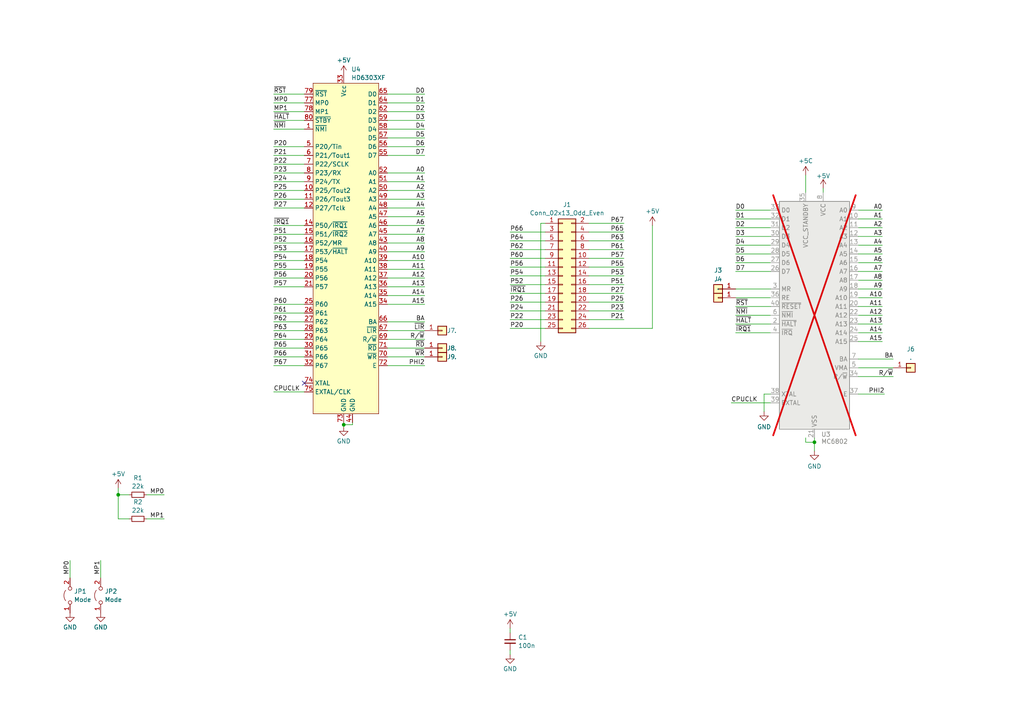
<source format=kicad_sch>
(kicad_sch (version 20231120) (generator "eeschema") (generator_version "8.0")
  (paper "A4")
  (lib_symbols
    (symbol "CPU_NXP_6800:MC6802"
      (property "Reference" "U" (at -8.89 34.29 0))
      (property "Value" "MC6802" (at 10.16 34.29 0))
      (symbol "MC6802_0_1"
        (rectangle (start -10.16 -33.02) (end 10.16 33.02) (stroke (width 0.254)) (fill (type background)))
      )
      (symbol "MC6802_1_1"
        (pin passive line (at 0 -35.56 90) (length 2.54) hide (name "VSS") (number "1"))
        (pin output line (at 12.7 27.94 180) (length 2.54) (name "A1") (number "10"))
        (pin output line (at 12.7 25.4 180) (length 2.54) (name "A2") (number "11"))
        (pin output line (at 12.7 22.86 180) (length 2.54) (name "A3") (number "12"))
        (pin output line (at 12.7 20.32 180) (length 2.54) (name "A4") (number "13"))
        (pin output line (at 12.7 17.78 180) (length 2.54) (name "A5") (number "14"))
        (pin output line (at 12.7 15.24 180) (length 2.54) (name "A6") (number "15"))
        (pin output line (at 12.7 12.7 180) (length 2.54) (name "A7") (number "16"))
        (pin output line (at 12.7 10.16 180) (length 2.54) (name "A8") (number "17"))
        (pin output line (at 12.7 7.62 180) (length 2.54) (name "A9") (number "18"))
        (pin output line (at 12.7 5.08 180) (length 2.54) (name "A10") (number "19"))
        (pin input line (at -12.7 -2.54 0) (length 2.54) (name "~{HALT}") (number "2"))
        (pin output line (at 12.7 2.54 180) (length 2.54) (name "A11") (number "20"))
        (pin power_in line (at 0 -35.56 90) (length 2.54) (name "VSS") (number "21"))
        (pin output line (at 12.7 0 180) (length 2.54) (name "A12") (number "22"))
        (pin output line (at 12.7 -2.54 180) (length 2.54) (name "A13") (number "23"))
        (pin output line (at 12.7 -5.08 180) (length 2.54) (name "A14") (number "24"))
        (pin output line (at 12.7 -7.62 180) (length 2.54) (name "A15") (number "25"))
        (pin bidirectional line (at -12.7 12.7 0) (length 2.54) (name "D7") (number "26"))
        (pin bidirectional line (at -12.7 15.24 0) (length 2.54) (name "D6") (number "27"))
        (pin bidirectional line (at -12.7 17.78 0) (length 2.54) (name "D5") (number "28"))
        (pin bidirectional line (at -12.7 20.32 0) (length 2.54) (name "D4") (number "29"))
        (pin input line (at -12.7 7.62 0) (length 2.54) (name "MR") (number "3"))
        (pin bidirectional line (at -12.7 22.86 0) (length 2.54) (name "D3") (number "30"))
        (pin bidirectional line (at -12.7 25.4 0) (length 2.54) (name "D2") (number "31"))
        (pin bidirectional line (at -12.7 27.94 0) (length 2.54) (name "D1") (number "32"))
        (pin bidirectional line (at -12.7 30.48 0) (length 2.54) (name "D0") (number "33"))
        (pin output line (at 12.7 -17.78 180) (length 2.54) (name "R/~{W}") (number "34"))
        (pin power_in line (at -2.54 35.56 270) (length 2.54) (name "VCC_STANDBY") (number "35"))
        (pin input line (at -12.7 5.08 0) (length 2.54) (name "RE") (number "36"))
        (pin output line (at 12.7 -22.86 180) (length 2.54) (name "E") (number "37"))
        (pin passive line (at -12.7 -22.86 0) (length 2.54) (name "XTAL") (number "38"))
        (pin passive line (at -12.7 -25.4 0) (length 2.54) (name "EXTAL") (number "39"))
        (pin input line (at -12.7 -5.08 0) (length 2.54) (name "~{IRQ}") (number "4"))
        (pin input line (at -12.7 2.54 0) (length 2.54) (name "~{RESET}") (number "40"))
        (pin output line (at 12.7 -15.24 180) (length 2.54) (name "VMA") (number "5"))
        (pin input line (at -12.7 0 0) (length 2.54) (name "~{NMI}") (number "6"))
        (pin output line (at 12.7 -12.7 180) (length 2.54) (name "BA") (number "7"))
        (pin power_in line (at 2.54 35.56 270) (length 2.54) (name "VCC") (number "8"))
        (pin output line (at 12.7 30.48 180) (length 2.54) (name "A0") (number "9"))
      )
    )
    (symbol "Connector_Generic:Conn_01x01" (pin_names (offset 1.016) hide)
      (property "Reference" "J" (at 0 2.54 0))
      (property "Value" "Conn_01x01" (at 0 -2.54 0))
      (symbol "Conn_01x01_1_1"
        (rectangle (start -1.27 0.127) (end 0 -0.127) (stroke (width 0.1524)))
        (rectangle (start -1.27 1.27) (end 1.27 -1.27) (stroke (width 0.254)) (fill (type background)))
        (pin passive line (at -5.08 0 0) (length 3.81) (name "Pin_1") (number "1"))
      )
    )
    (symbol "Connector_Generic:Conn_02x13_Odd_Even" (pin_names (offset 1.016) hide)
      (property "Reference" "J" (at 1.27 17.78 0))
      (property "Value" "Conn_02x13_Odd_Even" (at 1.27 -17.78 0))
      (symbol "Conn_02x13_Odd_Even_1_1"
        (rectangle (start -1.27 -15.113) (end 0 -15.367) (stroke (width 0.1524)))
        (rectangle (start -1.27 -12.573) (end 0 -12.827) (stroke (width 0.1524)))
        (rectangle (start -1.27 -10.033) (end 0 -10.287) (stroke (width 0.1524)))
        (rectangle (start -1.27 -7.493) (end 0 -7.747) (stroke (width 0.1524)))
        (rectangle (start -1.27 -4.953) (end 0 -5.207) (stroke (width 0.1524)))
        (rectangle (start -1.27 -2.413) (end 0 -2.667) (stroke (width 0.1524)))
        (rectangle (start -1.27 0.127) (end 0 -0.127) (stroke (width 0.1524)))
        (rectangle (start -1.27 2.667) (end 0 2.413) (stroke (width 0.1524)))
        (rectangle (start -1.27 5.207) (end 0 4.953) (stroke (width 0.1524)))
        (rectangle (start -1.27 7.747) (end 0 7.493) (stroke (width 0.1524)))
        (rectangle (start -1.27 10.287) (end 0 10.033) (stroke (width 0.1524)))
        (rectangle (start -1.27 12.827) (end 0 12.573) (stroke (width 0.1524)))
        (rectangle (start -1.27 15.367) (end 0 15.113) (stroke (width 0.1524)))
        (rectangle (start -1.27 16.51) (end 3.81 -16.51) (stroke (width 0.254)) (fill (type background)))
        (rectangle (start 3.81 -15.113) (end 2.54 -15.367) (stroke (width 0.1524)))
        (rectangle (start 3.81 -12.573) (end 2.54 -12.827) (stroke (width 0.1524)))
        (rectangle (start 3.81 -10.033) (end 2.54 -10.287) (stroke (width 0.1524)))
        (rectangle (start 3.81 -7.493) (end 2.54 -7.747) (stroke (width 0.1524)))
        (rectangle (start 3.81 -4.953) (end 2.54 -5.207) (stroke (width 0.1524)))
        (rectangle (start 3.81 -2.413) (end 2.54 -2.667) (stroke (width 0.1524)))
        (rectangle (start 3.81 0.127) (end 2.54 -0.127) (stroke (width 0.1524)))
        (rectangle (start 3.81 2.667) (end 2.54 2.413) (stroke (width 0.1524)))
        (rectangle (start 3.81 5.207) (end 2.54 4.953) (stroke (width 0.1524)))
        (rectangle (start 3.81 7.747) (end 2.54 7.493) (stroke (width 0.1524)))
        (rectangle (start 3.81 10.287) (end 2.54 10.033) (stroke (width 0.1524)))
        (rectangle (start 3.81 12.827) (end 2.54 12.573) (stroke (width 0.1524)))
        (rectangle (start 3.81 15.367) (end 2.54 15.113) (stroke (width 0.1524)))
        (pin passive line (at -5.08 15.24 0) (length 3.81) (name "Pin_1") (number "1"))
        (pin passive line (at 7.62 5.08 180) (length 3.81) (name "Pin_10") (number "10"))
        (pin passive line (at -5.08 2.54 0) (length 3.81) (name "Pin_11") (number "11"))
        (pin passive line (at 7.62 2.54 180) (length 3.81) (name "Pin_12") (number "12"))
        (pin passive line (at -5.08 0 0) (length 3.81) (name "Pin_13") (number "13"))
        (pin passive line (at 7.62 0 180) (length 3.81) (name "Pin_14") (number "14"))
        (pin passive line (at -5.08 -2.54 0) (length 3.81) (name "Pin_15") (number "15"))
        (pin passive line (at 7.62 -2.54 180) (length 3.81) (name "Pin_16") (number "16"))
        (pin passive line (at -5.08 -5.08 0) (length 3.81) (name "Pin_17") (number "17"))
        (pin passive line (at 7.62 -5.08 180) (length 3.81) (name "Pin_18") (number "18"))
        (pin passive line (at -5.08 -7.62 0) (length 3.81) (name "Pin_19") (number "19"))
        (pin passive line (at 7.62 15.24 180) (length 3.81) (name "Pin_2") (number "2"))
        (pin passive line (at 7.62 -7.62 180) (length 3.81) (name "Pin_20") (number "20"))
        (pin passive line (at -5.08 -10.16 0) (length 3.81) (name "Pin_21") (number "21"))
        (pin passive line (at 7.62 -10.16 180) (length 3.81) (name "Pin_22") (number "22"))
        (pin passive line (at -5.08 -12.7 0) (length 3.81) (name "Pin_23") (number "23"))
        (pin passive line (at 7.62 -12.7 180) (length 3.81) (name "Pin_24") (number "24"))
        (pin passive line (at -5.08 -15.24 0) (length 3.81) (name "Pin_25") (number "25"))
        (pin passive line (at 7.62 -15.24 180) (length 3.81) (name "Pin_26") (number "26"))
        (pin passive line (at -5.08 12.7 0) (length 3.81) (name "Pin_3") (number "3"))
        (pin passive line (at 7.62 12.7 180) (length 3.81) (name "Pin_4") (number "4"))
        (pin passive line (at -5.08 10.16 0) (length 3.81) (name "Pin_5") (number "5"))
        (pin passive line (at 7.62 10.16 180) (length 3.81) (name "Pin_6") (number "6"))
        (pin passive line (at -5.08 7.62 0) (length 3.81) (name "Pin_7") (number "7"))
        (pin passive line (at 7.62 7.62 180) (length 3.81) (name "Pin_8") (number "8"))
        (pin passive line (at -5.08 5.08 0) (length 3.81) (name "Pin_9") (number "9"))
      )
    )
    (symbol "Device:C_Small" (pin_numbers hide) (pin_names (offset 0.254) hide)
      (property "Reference" "C" (at 0.254 1.778 0))
      (property "Value" "C_Small" (at 0.254 -2.032 0))
      (symbol "C_Small_0_1"
        (polyline (pts (xy -1.524 -0.508) (xy 1.524 -0.508)) (stroke (width 0.3302)))
        (polyline (pts (xy -1.524 0.508) (xy 1.524 0.508)) (stroke (width 0.3048)))
      )
      (symbol "C_Small_1_1"
        (pin passive line (at 0 2.54 270) (length 2.032) (name "~") (number "1"))
        (pin passive line (at 0 -2.54 90) (length 2.032) (name "~") (number "2"))
      )
    )
    (symbol "Device:R_Small" (pin_numbers hide) (pin_names (offset 0.254) hide)
      (property "Reference" "R" (at 0.762 0.508 0))
      (property "Value" "R_Small" (at 0.762 -1.016 0))
      (symbol "R_Small_0_1"
        (rectangle (start -0.762 1.778) (end 0.762 -1.778) (stroke (width 0.2032)))
      )
      (symbol "R_Small_1_1"
        (pin passive line (at 0 2.54 270) (length 0.762) (name "~") (number "1"))
        (pin passive line (at 0 -2.54 90) (length 0.762) (name "~") (number "2"))
      )
    )
    (symbol "Jumper:Jumper_2_Open" (pin_names (offset 0) hide)
      (property "Reference" "JP" (at 0 2.794 0))
      (property "Value" "Jumper_2_Open" (at 0 -2.286 0))
      (symbol "Jumper_2_Open_0_0"
        (circle (center -2.032 0) (radius 0.508))
        (circle (center 2.032 0) (radius 0.508))
      )
      (symbol "Jumper_2_Open_0_1"
        (arc (start 1.524 1.27) (mid 0 1.778) (end -1.524 1.27))
      )
      (symbol "Jumper_2_Open_1_1"
        (pin passive line (at -5.08 0 0) (length 2.54) (name "A") (number "1"))
        (pin passive line (at 5.08 0 180) (length 2.54) (name "B") (number "2"))
      )
    )
    (symbol "my_ics_new:HD6303XF"
      (property "Reference" "U" (at 1.905 50.165 0))
      (property "Value" "HD6303XF" (at 6.35 47.625 0))
      (symbol "HD6303XF_1_1"
        (rectangle (start -8.89 46.355) (end 10.16 -49.53) (fill (type background)))
        (pin input line (at -11.43 33.02 0) (length 2.54) (name "~{NMI}") (number "1"))
        (pin bidirectional line (at -11.43 15.24 0) (length 2.54) (name "P25/Tout2") (number "10"))
        (pin bidirectional line (at -11.43 12.7 0) (length 2.54) (name "P26/Tout3") (number "11"))
        (pin bidirectional line (at -11.43 10.16 0) (length 2.54) (name "P27/Tclk") (number "12"))
        (pin no_connect line (at 1.27 40.64 0) (length 2.54) hide (name "") (number "13"))
        (pin input line (at -11.43 5.08 0) (length 2.54) (name "P50/~{IRQ1}") (number "14"))
        (pin input line (at -11.43 2.54 0) (length 2.54) (name "P51/~{IRQ2}") (number "15"))
        (pin input line (at -11.43 0 0) (length 2.54) (name "P52/MR") (number "16"))
        (pin input line (at -11.43 -2.54 0) (length 2.54) (name "P53/~{HALT}") (number "17"))
        (pin input line (at -11.43 -5.08 0) (length 2.54) (name "P54") (number "18"))
        (pin input line (at -11.43 -7.62 0) (length 2.54) (name "P55") (number "19"))
        (pin no_connect line (at 1.905 -5.08 0) (length 2.54) hide (name "") (number "2"))
        (pin input line (at -11.43 -10.16 0) (length 2.54) (name "P56") (number "20"))
        (pin input line (at -11.43 -12.7 0) (length 2.54) (name "P57") (number "21"))
        (pin no_connect line (at 1.905 -12.7 0) (length 2.54) hide (name "") (number "22"))
        (pin no_connect line (at 1.905 -15.24 0) (length 2.54) hide (name "") (number "23"))
        (pin no_connect line (at 1.905 -17.78 0) (length 2.54) hide (name "") (number "24"))
        (pin bidirectional line (at -11.43 -17.78 0) (length 2.54) (name "P60") (number "25"))
        (pin bidirectional line (at -11.43 -20.32 0) (length 2.54) (name "P61") (number "26"))
        (pin bidirectional line (at -11.43 -22.86 0) (length 2.54) (name "P62") (number "27"))
        (pin bidirectional line (at -11.43 -25.4 0) (length 2.54) (name "P63") (number "28"))
        (pin bidirectional line (at -11.43 -27.94 0) (length 2.54) (name "P64") (number "29"))
        (pin no_connect line (at 1.905 -7.62 0) (length 2.54) hide (name "") (number "3"))
        (pin bidirectional line (at -11.43 -30.48 0) (length 2.54) (name "P65") (number "30"))
        (pin bidirectional line (at -11.43 -33.02 0) (length 2.54) (name "P66") (number "31"))
        (pin bidirectional line (at -11.43 -35.56 0) (length 2.54) (name "P67") (number "32"))
        (pin power_in line (at 0 48.895 270) (length 2.54) (name "Vcc") (number "33"))
        (pin output line (at 12.7 -17.78 180) (length 2.54) (name "A15") (number "34"))
        (pin output line (at 12.7 -15.24 180) (length 2.54) (name "A14") (number "35"))
        (pin output line (at 12.7 -12.7 180) (length 2.54) (name "A13") (number "36"))
        (pin output line (at 12.7 -10.16 180) (length 2.54) (name "A12") (number "37"))
        (pin output line (at 12.7 -7.62 180) (length 2.54) (name "A11") (number "38"))
        (pin output line (at 12.7 -5.08 180) (length 2.54) (name "A10") (number "39"))
        (pin no_connect line (at 1.905 -10.16 0) (length 2.54) hide (name "") (number "4"))
        (pin output line (at 12.7 -2.54 180) (length 2.54) (name "A9") (number "40"))
        (pin no_connect line (at 1.905 -20.32 0) (length 2.54) hide (name "") (number "41"))
        (pin no_connect line (at 1.905 -22.86 0) (length 2.54) hide (name "") (number "42"))
        (pin output line (at 12.7 0 180) (length 2.54) (name "A8") (number "43"))
        (pin power_in line (at 2.54 -52.07 90) (length 2.54) (name "GND") (number "44"))
        (pin output line (at 12.7 2.54 180) (length 2.54) (name "A7") (number "45"))
        (pin output line (at 12.7 5.08 180) (length 2.54) (name "A6") (number "46"))
        (pin output line (at 12.7 7.62 180) (length 2.54) (name "A5") (number "47"))
        (pin output line (at 12.7 10.16 180) (length 2.54) (name "A4") (number "48"))
        (pin output line (at 12.7 12.7 180) (length 2.54) (name "A3") (number "49"))
        (pin bidirectional line (at -11.43 27.94 0) (length 2.54) (name "P20/Tin") (number "5"))
        (pin output line (at 12.7 15.24 180) (length 2.54) (name "A2") (number "50"))
        (pin output line (at 12.7 17.78 180) (length 2.54) (name "A1") (number "51"))
        (pin output line (at 12.7 20.32 180) (length 2.54) (name "A0") (number "52"))
        (pin no_connect line (at 1.905 -25.4 0) (length 2.54) hide (name "") (number "53"))
        (pin no_connect line (at 1.905 -27.94 0) (length 2.54) hide (name "") (number "54"))
        (pin bidirectional line (at 12.7 25.4 180) (length 2.54) (name "D7") (number "55"))
        (pin bidirectional line (at 12.7 27.94 180) (length 2.54) (name "D6") (number "56"))
        (pin bidirectional line (at 12.7 30.48 180) (length 2.54) (name "D5") (number "57"))
        (pin bidirectional line (at 12.7 33.02 180) (length 2.54) (name "D4") (number "58"))
        (pin bidirectional line (at 12.7 35.56 180) (length 2.54) (name "D3") (number "59"))
        (pin bidirectional line (at -11.43 25.4 0) (length 2.54) (name "P21/Tout1") (number "6"))
        (pin no_connect line (at 1.905 -30.48 0) (length 2.54) hide (name "") (number "60"))
        (pin no_connect line (at 1.905 -33.02 0) (length 2.54) hide (name "") (number "61"))
        (pin bidirectional line (at 12.7 38.1 180) (length 2.54) (name "D2") (number "62"))
        (pin free line (at 1.905 -35.56 0) (length 2.54) hide (name "") (number "63"))
        (pin bidirectional line (at 12.7 40.64 180) (length 2.54) (name "D1") (number "64"))
        (pin bidirectional line (at 12.7 43.18 180) (length 2.54) (name "D0") (number "65"))
        (pin output line (at 12.7 -22.86 180) (length 2.54) (name "BA") (number "66"))
        (pin output line (at 12.7 -25.4 180) (length 2.54) (name "~{LIR}") (number "67"))
        (pin no_connect line (at 1.905 -38.1 0) (length 2.54) hide (name "") (number "68"))
        (pin output line (at 12.7 -27.94 180) (length 2.54) (name "R/~{W}") (number "69"))
        (pin bidirectional line (at -11.43 22.86 0) (length 2.54) (name "P22/SCLK") (number "7"))
        (pin output line (at 12.7 -33.02 180) (length 2.54) (name "~{WR}") (number "70"))
        (pin output line (at 12.7 -30.48 180) (length 2.54) (name "~{RD}") (number "71"))
        (pin output line (at 12.7 -35.56 180) (length 2.54) (name "E") (number "72"))
        (pin power_in line (at 0 -52.07 90) (length 2.54) (name "GND") (number "73"))
        (pin output line (at -11.43 -40.64 0) (length 2.54) (name "XTAL") (number "74"))
        (pin input line (at -11.43 -43.18 0) (length 2.54) (name "EXTAL/CLK") (number "75"))
        (pin no_connect line (at 1.905 -40.64 0) (length 2.54) hide (name "") (number "76"))
        (pin input line (at -11.43 40.64 0) (length 2.54) (name "MP0") (number "77"))
        (pin input line (at -11.43 38.1 0) (length 2.54) (name "MP1") (number "78"))
        (pin input line (at -11.43 43.18 0) (length 2.54) (name "~{RST}") (number "79"))
        (pin bidirectional line (at -11.43 20.32 0) (length 2.54) (name "P23/RX") (number "8"))
        (pin input line (at -11.43 35.56 0) (length 2.54) (name "~{STBY}") (number "80"))
        (pin bidirectional line (at -11.43 17.78 0) (length 2.54) (name "P24/TX") (number "9"))
      )
    )
    (symbol "power:+5C" (power) (pin_names (offset 0))
      (property "Value" "+5C" (at 0 3.556 0))
      (symbol "+5C_0_1"
        (polyline (pts (xy -0.762 1.27) (xy 0 2.54)))
        (polyline (pts (xy 0 0) (xy 0 2.54)))
        (polyline (pts (xy 0 2.54) (xy 0.762 1.27)))
      )
      (symbol "+5C_1_1"
        (pin power_in line (at 0 0 90) (length 0) hide (name "+5C") (number "1"))
      )
    )
    (symbol "power:+5V" (power) (pin_names (offset 0))
      (property "Value" "+5V" (at 0 3.556 0))
      (symbol "+5V_0_1"
        (polyline (pts (xy -0.762 1.27) (xy 0 2.54)))
        (polyline (pts (xy 0 0) (xy 0 2.54)))
        (polyline (pts (xy 0 2.54) (xy 0.762 1.27)))
      )
      (symbol "+5V_1_1"
        (pin power_in line (at 0 0 90) (length 0) hide (name "+5V") (number "1"))
      )
    )
    (symbol "power:GND" (power) (pin_names (offset 0))
      (property "Value" "GND" (at 0 -3.81 0))
      (symbol "GND_0_1"
        (polyline (pts (xy 0 0) (xy 0 -1.27) (xy 1.27 -1.27) (xy 0 -2.54) (xy -1.27 -1.27) (xy 0 -1.27)))
      )
      (symbol "GND_1_1"
        (pin power_in line (at 0 0 270) (length 0) hide (name "GND") (number "1"))
      )
    )
  )
  (junction (at 236.22 128.27))
  (junction (at 99.695 123.19))
  (junction (at 34.29 143.51))
  (no_connect (at 88.265 111.125))
  (wire (pts (xy 79.375 80.645) (xy 88.265 80.645)))
  (wire (pts (xy 223.52 73.66) (xy 213.36 73.66)))
  (wire (pts (xy 170.815 92.71) (xy 180.975 92.71)))
  (wire (pts (xy 79.375 113.665) (xy 88.265 113.665)))
  (wire (pts (xy 248.92 99.06) (xy 255.905 99.06)))
  (wire (pts (xy 170.815 95.25) (xy 189.23 95.25)))
  (wire (pts (xy 79.375 45.085) (xy 88.265 45.085)))
  (wire (pts (xy 147.955 189.865) (xy 147.955 188.595)))
  (wire (pts (xy 259.08 104.14) (xy 248.92 104.14)))
  (wire (pts (xy 223.52 60.96) (xy 213.36 60.96)))
  (wire (pts (xy 112.395 83.185) (xy 123.19 83.185)))
  (wire (pts (xy 170.815 77.47) (xy 180.975 77.47)))
  (wire (pts (xy 223.52 66.04) (xy 213.36 66.04)))
  (wire (pts (xy 79.375 60.325) (xy 88.265 60.325)))
  (wire (pts (xy 112.395 88.265) (xy 123.19 88.265)))
  (wire (pts (xy 79.375 37.465) (xy 88.265 37.465)))
  (wire (pts (xy 213.36 83.82) (xy 223.52 83.82)))
  (wire (pts (xy 20.32 167.64) (xy 20.32 162.56)))
  (wire (pts (xy 112.395 52.705) (xy 123.19 52.705)))
  (wire (pts (xy 99.695 122.555) (xy 99.695 123.19)))
  (wire (pts (xy 112.395 60.325) (xy 123.19 60.325)))
  (wire (pts (xy 112.395 50.165) (xy 123.19 50.165)))
  (wire (pts (xy 212.09 116.84) (xy 223.52 116.84)))
  (wire (pts (xy 112.395 98.425) (xy 123.19 98.425)))
  (wire (pts (xy 233.68 128.27) (xy 233.68 127)))
  (wire (pts (xy 223.52 114.3) (xy 221.615 114.3)))
  (wire (pts (xy 29.21 167.64) (xy 29.21 162.56)))
  (wire (pts (xy 213.36 88.9) (xy 223.52 88.9)))
  (wire (pts (xy 79.375 27.305) (xy 88.265 27.305)))
  (wire (pts (xy 79.375 73.025) (xy 88.265 73.025)))
  (wire (pts (xy 213.36 96.52) (xy 223.52 96.52)))
  (wire (pts (xy 112.395 78.105) (xy 123.19 78.105)))
  (wire (pts (xy 147.955 182.245) (xy 147.955 183.515)))
  (wire (pts (xy 213.36 86.36) (xy 223.52 86.36)))
  (wire (pts (xy 112.395 29.845) (xy 123.19 29.845)))
  (wire (pts (xy 79.375 50.165) (xy 88.265 50.165)))
  (wire (pts (xy 112.395 73.025) (xy 123.19 73.025)))
  (wire (pts (xy 79.375 57.785) (xy 88.265 57.785)))
  (wire (pts (xy 79.375 90.805) (xy 88.265 90.805)))
  (wire (pts (xy 112.395 34.925) (xy 123.19 34.925)))
  (wire (pts (xy 259.08 106.68) (xy 248.92 106.68)))
  (wire (pts (xy 248.92 96.52) (xy 255.905 96.52)))
  (wire (pts (xy 79.375 32.385) (xy 88.265 32.385)))
  (wire (pts (xy 112.395 80.645) (xy 123.19 80.645)))
  (wire (pts (xy 79.375 98.425) (xy 88.265 98.425)))
  (wire (pts (xy 112.395 85.725) (xy 123.19 85.725)))
  (wire (pts (xy 112.395 65.405) (xy 123.19 65.405)))
  (wire (pts (xy 170.815 87.63) (xy 180.975 87.63)))
  (wire (pts (xy 112.395 32.385) (xy 123.19 32.385)))
  (wire (pts (xy 34.29 150.495) (xy 37.465 150.495)))
  (wire (pts (xy 79.375 70.485) (xy 88.265 70.485)))
  (wire (pts (xy 79.375 106.045) (xy 88.265 106.045)))
  (wire (pts (xy 248.92 93.98) (xy 255.905 93.98)))
  (wire (pts (xy 236.22 128.27) (xy 236.22 130.81)))
  (wire (pts (xy 170.815 74.93) (xy 180.975 74.93)))
  (wire (pts (xy 223.52 68.58) (xy 213.36 68.58)))
  (wire (pts (xy 233.68 50.8) (xy 233.68 55.88)))
  (wire (pts (xy 112.395 62.865) (xy 123.19 62.865)))
  (wire (pts (xy 34.29 141.605) (xy 34.29 143.51)))
  (wire (pts (xy 170.815 72.39) (xy 180.975 72.39)))
  (wire (pts (xy 147.955 87.63) (xy 158.115 87.63)))
  (wire (pts (xy 189.23 65.405) (xy 189.23 95.25)))
  (wire (pts (xy 248.92 60.96) (xy 255.905 60.96)))
  (wire (pts (xy 147.955 72.39) (xy 158.115 72.39)))
  (wire (pts (xy 79.375 34.925) (xy 88.265 34.925)))
  (wire (pts (xy 112.395 57.785) (xy 123.19 57.785)))
  (wire (pts (xy 79.375 88.265) (xy 88.265 88.265)))
  (wire (pts (xy 79.375 55.245) (xy 88.265 55.245)))
  (wire (pts (xy 248.92 83.82) (xy 255.905 83.82)))
  (wire (pts (xy 238.76 54.61) (xy 238.76 55.88)))
  (wire (pts (xy 79.375 29.845) (xy 88.265 29.845)))
  (wire (pts (xy 79.375 83.185) (xy 88.265 83.185)))
  (wire (pts (xy 34.29 143.51) (xy 37.465 143.51)))
  (wire (pts (xy 170.815 80.01) (xy 180.975 80.01)))
  (wire (pts (xy 79.375 52.705) (xy 88.265 52.705)))
  (wire (pts (xy 221.615 114.3) (xy 221.615 119.38)))
  (wire (pts (xy 112.395 103.505) (xy 123.19 103.505)))
  (wire (pts (xy 248.92 71.12) (xy 255.905 71.12)))
  (wire (pts (xy 248.92 73.66) (xy 255.905 73.66)))
  (wire (pts (xy 248.92 86.36) (xy 255.905 86.36)))
  (wire (pts (xy 223.52 76.2) (xy 213.36 76.2)))
  (wire (pts (xy 170.815 67.31) (xy 180.975 67.31)))
  (wire (pts (xy 42.545 143.51) (xy 47.625 143.51)))
  (wire (pts (xy 248.92 76.2) (xy 255.905 76.2)))
  (wire (pts (xy 156.845 64.77) (xy 156.845 99.06)))
  (wire (pts (xy 170.815 69.85) (xy 180.975 69.85)))
  (wire (pts (xy 248.92 68.58) (xy 255.905 68.58)))
  (wire (pts (xy 112.395 27.305) (xy 123.19 27.305)))
  (wire (pts (xy 147.955 85.09) (xy 158.115 85.09)))
  (wire (pts (xy 158.115 64.77) (xy 156.845 64.77)))
  (wire (pts (xy 79.375 47.625) (xy 88.265 47.625)))
  (wire (pts (xy 248.92 88.9) (xy 255.905 88.9)))
  (wire (pts (xy 79.375 100.965) (xy 88.265 100.965)))
  (wire (pts (xy 223.52 63.5) (xy 213.36 63.5)))
  (wire (pts (xy 79.375 93.345) (xy 88.265 93.345)))
  (wire (pts (xy 147.955 95.25) (xy 158.115 95.25)))
  (wire (pts (xy 147.955 90.17) (xy 158.115 90.17)))
  (wire (pts (xy 112.395 95.885) (xy 123.19 95.885)))
  (wire (pts (xy 79.375 65.405) (xy 88.265 65.405)))
  (wire (pts (xy 248.92 78.74) (xy 255.905 78.74)))
  (wire (pts (xy 102.235 122.555) (xy 102.235 123.19)))
  (wire (pts (xy 99.695 123.19) (xy 99.695 123.825)))
  (wire (pts (xy 102.235 123.19) (xy 99.695 123.19)))
  (wire (pts (xy 79.375 42.545) (xy 88.265 42.545)))
  (wire (pts (xy 213.36 93.98) (xy 223.52 93.98)))
  (wire (pts (xy 42.545 150.495) (xy 47.625 150.495)))
  (wire (pts (xy 79.375 78.105) (xy 88.265 78.105)))
  (wire (pts (xy 147.955 82.55) (xy 158.115 82.55)))
  (wire (pts (xy 248.92 91.44) (xy 255.905 91.44)))
  (wire (pts (xy 223.52 71.12) (xy 213.36 71.12)))
  (wire (pts (xy 147.955 80.01) (xy 158.115 80.01)))
  (wire (pts (xy 79.375 95.885) (xy 88.265 95.885)))
  (wire (pts (xy 34.29 143.51) (xy 34.29 150.495)))
  (wire (pts (xy 170.815 82.55) (xy 180.975 82.55)))
  (wire (pts (xy 79.375 67.945) (xy 88.265 67.945)))
  (wire (pts (xy 248.92 63.5) (xy 255.905 63.5)))
  (wire (pts (xy 147.955 92.71) (xy 158.115 92.71)))
  (wire (pts (xy 213.36 91.44) (xy 223.52 91.44)))
  (wire (pts (xy 259.08 109.22) (xy 248.92 109.22)))
  (wire (pts (xy 256.54 114.3) (xy 248.92 114.3)))
  (wire (pts (xy 112.395 55.245) (xy 123.19 55.245)))
  (wire (pts (xy 112.395 42.545) (xy 123.19 42.545)))
  (wire (pts (xy 223.52 78.74) (xy 213.36 78.74)))
  (wire (pts (xy 170.815 64.77) (xy 180.975 64.77)))
  (wire (pts (xy 147.955 67.31) (xy 158.115 67.31)))
  (wire (pts (xy 112.395 93.345) (xy 123.19 93.345)))
  (wire (pts (xy 147.955 74.93) (xy 158.115 74.93)))
  (wire (pts (xy 79.375 103.505) (xy 88.265 103.505)))
  (wire (pts (xy 248.92 81.28) (xy 255.905 81.28)))
  (wire (pts (xy 236.22 127) (xy 236.22 128.27)))
  (wire (pts (xy 112.395 67.945) (xy 123.19 67.945)))
  (wire (pts (xy 79.375 75.565) (xy 88.265 75.565)))
  (wire (pts (xy 248.92 66.04) (xy 255.905 66.04)))
  (wire (pts (xy 112.395 45.085) (xy 123.19 45.085)))
  (wire (pts (xy 236.22 128.27) (xy 233.68 128.27)))
  (wire (pts (xy 170.815 85.09) (xy 180.975 85.09)))
  (wire (pts (xy 147.955 69.85) (xy 158.115 69.85)))
  (wire (pts (xy 112.395 70.485) (xy 123.19 70.485)))
  (wire (pts (xy 112.395 37.465) (xy 123.19 37.465)))
  (wire (pts (xy 112.395 75.565) (xy 123.19 75.565)))
  (wire (pts (xy 147.955 77.47) (xy 158.115 77.47)))
  (wire (pts (xy 112.395 100.965) (xy 123.19 100.965)))
  (wire (pts (xy 112.395 106.045) (xy 123.19 106.045)))
  (wire (pts (xy 170.815 90.17) (xy 180.975 90.17)))
  (wire (pts (xy 112.395 40.005) (xy 123.19 40.005)))
  (label "A8" (at 255.905 81.28 180))
  (label "P54" (at 79.375 75.565 0))
  (label "P61" (at 180.975 72.39 180))
  (label "D3" (at 123.19 34.925 180))
  (label "R{slash}~{W}" (at 123.19 98.425 180))
  (label "PHI2" (at 256.54 114.3 180))
  (label "P55" (at 79.375 78.105 0))
  (label "BA" (at 259.08 104.14 180))
  (label "PHI2" (at 123.19 106.045 180))
  (label "MP1" (at 79.375 32.385 0))
  (label "D1" (at 213.36 63.5 0))
  (label "~{IRQ1}" (at 79.375 65.405 0))
  (label "A14" (at 255.905 96.52 180))
  (label "P57" (at 180.975 74.93 180))
  (label "P53" (at 79.375 73.025 0))
  (label "A7" (at 123.19 67.945 180))
  (label "P24" (at 147.955 90.17 0))
  (label "D7" (at 213.36 78.74 0))
  (label "~{NMI}" (at 213.36 91.44 0))
  (label "P27" (at 180.975 85.09 180))
  (label "P61" (at 79.375 90.805 0))
  (label "P60" (at 147.955 74.93 0))
  (label "A6" (at 255.905 76.2 180))
  (label "P67" (at 180.975 64.77 180))
  (label "A15" (at 123.19 88.265 180))
  (label "~{HALT}" (at 79.375 34.925 0))
  (label "P62" (at 79.375 93.345 0))
  (label "R{slash}~{W}" (at 259.08 109.22 180))
  (label "D3" (at 213.36 68.58 0))
  (label "P22" (at 147.955 92.71 0))
  (label "P56" (at 147.955 77.47 0))
  (label "D6" (at 213.36 76.2 0))
  (label "P65" (at 180.975 67.31 180))
  (label "A5" (at 255.905 73.66 180))
  (label "P20" (at 79.375 42.545 0))
  (label "A6" (at 123.19 65.405 180))
  (label "A5" (at 123.19 62.865 180))
  (label "A1" (at 255.905 63.5 180))
  (label "P66" (at 79.375 103.505 0))
  (label "P51" (at 180.975 82.55 180))
  (label "P25" (at 180.975 87.63 180))
  (label "P26" (at 79.375 57.785 0))
  (label "D0" (at 213.36 60.96 0))
  (label "BA" (at 123.19 93.345 180))
  (label "P23" (at 79.375 50.165 0))
  (label "D7" (at 123.19 45.085 180))
  (label "D2" (at 213.36 66.04 0))
  (label "P64" (at 79.375 98.425 0))
  (label "~{WR}" (at 123.19 103.505 180))
  (label "~{IRQ1}" (at 213.36 96.52 0))
  (label "A3" (at 255.905 68.58 180))
  (label "D5" (at 213.36 73.66 0))
  (label "CPUCLK" (at 79.375 113.665 0))
  (label "P51" (at 79.375 67.945 0))
  (label "A12" (at 123.19 80.645 180))
  (label "P63" (at 79.375 95.885 0))
  (label "P57" (at 79.375 83.185 0))
  (label "P55" (at 180.975 77.47 180))
  (label "P63" (at 180.975 69.85 180))
  (label "P21" (at 79.375 45.085 0))
  (label "P52" (at 79.375 70.485 0))
  (label "D6" (at 123.19 42.545 180))
  (label "A0" (at 255.905 60.96 180))
  (label "P67" (at 79.375 106.045 0))
  (label "P52" (at 147.955 82.55 0))
  (label "P20" (at 147.955 95.25 0))
  (label "P62" (at 147.955 72.39 0))
  (label "D0" (at 123.19 27.305 180))
  (label "~{IRQ1}" (at 147.955 85.09 0))
  (label "MP0" (at 79.375 29.845 0))
  (label "D1" (at 123.19 29.845 180))
  (label "MP0" (at 20.32 162.56 270))
  (label "P21" (at 180.975 92.71 180))
  (label "P53" (at 180.975 80.01 180))
  (label "P27" (at 79.375 60.325 0))
  (label "P65" (at 79.375 100.965 0))
  (label "P22" (at 79.375 47.625 0))
  (label "D5" (at 123.19 40.005 180))
  (label "P60" (at 79.375 88.265 0))
  (label "D2" (at 123.19 32.385 180))
  (label "A8" (at 123.19 70.485 180))
  (label "A0" (at 123.19 50.165 180))
  (label "A2" (at 255.905 66.04 180))
  (label "P64" (at 147.955 69.85 0))
  (label "P54" (at 147.955 80.01 0))
  (label "~{LIR}" (at 123.19 95.885 180))
  (label "~{HALT}" (at 213.36 93.98 0))
  (label "~{RST}" (at 79.375 27.305 0))
  (label "A13" (at 123.19 83.185 180))
  (label "~{RD}" (at 123.19 100.965 180))
  (label "MP1" (at 29.21 162.56 270))
  (label "CPUCLK" (at 212.09 116.84 0))
  (label "A11" (at 255.905 88.9 180))
  (label "MP0" (at 47.625 143.51 180))
  (label "A9" (at 123.19 73.025 180))
  (label "A10" (at 123.19 75.565 180))
  (label "P66" (at 147.955 67.31 0))
  (label "A10" (at 255.905 86.36 180))
  (label "P24" (at 79.375 52.705 0))
  (label "~{RST}" (at 213.36 88.9 0))
  (label "P26" (at 147.955 87.63 0))
  (label "A2" (at 123.19 55.245 180))
  (label "A12" (at 255.905 91.44 180))
  (label "A13" (at 255.905 93.98 180))
  (label "MP1" (at 47.625 150.495 180))
  (label "A4" (at 123.19 60.325 180))
  (label "A9" (at 255.905 83.82 180))
  (label "A3" (at 123.19 57.785 180))
  (label "A7" (at 255.905 78.74 180))
  (label "A14" (at 123.19 85.725 180))
  (label "A4" (at 255.905 71.12 180))
  (label "A15" (at 255.905 99.06 180))
  (label "A11" (at 123.19 78.105 180))
  (label "P56" (at 79.375 80.645 0))
  (label "~{NMI}" (at 79.375 37.465 0))
  (label "P23" (at 180.975 90.17 180))
  (label "D4" (at 213.36 71.12 0))
  (label "D4" (at 123.19 37.465 180))
  (label "A1" (at 123.19 52.705 180))
  (label "P25" (at 79.375 55.245 0))
  (symbol (lib_id "Connector_Generic:Conn_01x01") (at 208.28 83.82 0) (mirror y) (unit 1)
    (property "Reference" "J3" (at 208.28 78.4057 0))
    (property "Value" "." (at 208.28 80.8299 0))
    (property "Footprint" "Connector_PinHeader_2.00mm:PinHeader_1x01_P2.00mm_Vertical" (effects (hide yes)))
  )
  (symbol (lib_id "power:GND") (at 221.615 119.38 0) (mirror y) (unit 1)
    (property "Reference" "#PWR018" (effects (hide yes)))
    (property "Value" "GND" (at 221.615 123.8234 0))
  )
  (symbol (lib_id "Device:C_Small") (at 147.955 186.055 0) (unit 1)
    (property "Reference" "C1" (at 150.2791 184.8492 0) (effects (justify left)))
    (property "Value" "100n" (at 150.2791 187.2734 0) (effects (justify left)))
    (property "Footprint" "Capacitor_SMD:C_1206_3216Metric_Pad1.33x1.80mm_HandSolder" (effects (hide yes)))
  )
  (symbol (lib_id "my_ics_new:HD6303XF") (at 99.695 70.485 0) (unit 1)
    (property "Reference" "U4" (at 101.8891 20.1127 0) (effects (justify left)))
    (property "Value" "HD6303XF" (at 101.8891 22.5369 0) (effects (justify left)))
    (property "Footprint" "Package_QFP:PQFP-80_14x20mm_P0.8mm" (effects (hide yes)))
  )
  (symbol (lib_id "Connector_Generic:Conn_02x13_Odd_Even") (at 163.195 80.01 0) (unit 1)
    (property "Reference" "J1" (at 164.465 59.3557 0))
    (property "Value" "Conn_02x13_Odd_Even" (at 164.465 61.7799 0))
    (property "Footprint" "Connector_PinHeader_2.54mm:PinHeader_2x13_P2.54mm_Horizontal" (effects (hide yes)))
  )
  (symbol (lib_id "power:GND") (at 29.21 177.8 0) (unit 1)
    (property "Reference" "#PWR05" (effects (hide yes)))
    (property "Value" "GND" (at 29.21 181.9331 0))
  )
  (symbol (lib_id "Connector_Generic:Conn_01x01") (at 128.27 100.965 0) (unit 1)
    (property "Reference" "J8" (at 130.81 100.965 0))
    (property "Value" "." (at 132.08 100.965 0))
    (property "Footprint" "Connector_PinHeader_2.00mm:PinHeader_1x01_P2.00mm_Vertical" (effects (hide yes)))
  )
  (symbol (lib_id "Jumper:Jumper_2_Open") (at 29.21 172.72 90) (unit 1)
    (property "Reference" "JP2" (at 30.353 171.5079 90) (effects (justify right)))
    (property "Value" "Mode" (at 30.353 173.9321 90) (effects (justify right)))
    (property "Footprint" "Connector_PinHeader_2.54mm:PinHeader_1x02_P2.54mm_Vertical" (effects (hide yes)))
  )
  (symbol (lib_id "power:GND") (at 99.695 123.825 0) (unit 1)
    (property "Reference" "#PWR02" (effects (hide yes)))
    (property "Value" "GND" (at 99.695 127.9581 0))
  )
  (symbol (lib_id "Device:R_Small") (at 40.005 150.495 90) (unit 1)
    (property "Reference" "R2" (at 40.005 145.6141 90))
    (property "Value" "22k" (at 40.005 148.0383 90))
    (property "Footprint" "Resistor_SMD:R_1206_3216Metric_Pad1.30x1.75mm_HandSolder" (effects (hide yes)))
  )
  (symbol (lib_id "Connector_Generic:Conn_01x01") (at 128.27 103.505 0) (unit 1)
    (property "Reference" "J9" (at 130.81 103.505 0))
    (property "Value" "." (at 132.08 103.505 0))
    (property "Footprint" "Connector_PinHeader_2.00mm:PinHeader_1x01_P2.00mm_Vertical" (effects (hide yes)))
  )
  (symbol (lib_id "power:GND") (at 156.845 99.06 0) (unit 1)
    (property "Reference" "#PWR015" (effects (hide yes)))
    (property "Value" "GND" (at 156.845 103.1931 0))
  )
  (symbol (lib_id "power:GND") (at 147.955 189.865 0) (unit 1)
    (property "Reference" "#PWR04" (effects (hide yes)))
    (property "Value" "GND" (at 147.955 193.9981 0))
  )
  (symbol (lib_id "power:GND") (at 20.32 177.8 0) (unit 1)
    (property "Reference" "#PWR01" (effects (hide yes)))
    (property "Value" "GND" (at 20.32 181.9331 0))
  )
  (symbol (lib_id "power:GND") (at 236.22 130.81 0) (mirror y) (unit 1)
    (property "Reference" "#PWR019" (effects (hide yes)))
    (property "Value" "GND" (at 236.22 135.2534 0))
  )
  (symbol (lib_id "power:+5V") (at 189.23 65.405 0) (unit 1)
    (property "Reference" "#PWR016" (effects (hide yes)))
    (property "Value" "+5V" (at 189.23 61.2719 0))
  )
  (symbol (lib_id "power:+5V") (at 34.29 141.605 0) (unit 1)
    (property "Reference" "#PWR09" (effects (hide yes)))
    (property "Value" "+5V" (at 34.29 137.4719 0))
  )
  (symbol (lib_id "power:+5V") (at 238.76 54.61 0) (unit 1)
    (property "Reference" "#PWR017" (effects (hide yes)))
    (property "Value" "+5V" (at 238.76 51.0342 0))
  )
  (symbol (lib_id "Connector_Generic:Conn_01x01") (at 208.28 86.36 0) (mirror y) (unit 1)
    (property "Reference" "J4" (at 208.28 80.9457 0))
    (property "Value" "." (at 208.28 83.3699 0))
    (property "Footprint" "Connector_PinHeader_2.00mm:PinHeader_1x01_P2.00mm_Vertical" (effects (hide yes)))
  )
  (symbol (lib_id "Device:R_Small") (at 40.005 143.51 90) (unit 1)
    (property "Reference" "R1" (at 40.005 138.6291 90))
    (property "Value" "22k" (at 40.005 141.0533 90))
    (property "Footprint" "Resistor_SMD:R_1206_3216Metric_Pad1.30x1.75mm_HandSolder" (effects (hide yes)))
  )
  (symbol (lib_id "Connector_Generic:Conn_01x01") (at 264.16 106.68 0) (unit 1)
    (property "Reference" "J6" (at 264.16 101.2657 0))
    (property "Value" "." (at 264.16 103.6899 0))
    (property "Footprint" "Connector_PinHeader_2.00mm:PinHeader_1x01_P2.00mm_Vertical" (effects (hide yes)))
  )
  (symbol (lib_id "power:+5C") (at 233.68 50.8 0) (unit 1)
    (property "Reference" "#PWR020" (effects (hide yes)))
    (property "Value" "+5C" (at 233.68 46.6669 0))
  )
  (symbol (lib_id "power:+5V") (at 147.955 182.245 0) (unit 1)
    (property "Reference" "#PWR06" (effects (hide yes)))
    (property "Value" "+5V" (at 147.955 178.1119 0))
  )
  (symbol (lib_id "Connector_Generic:Conn_01x01") (at 128.27 95.885 0) (unit 1)
    (property "Reference" "J7" (at 130.81 95.885 0))
    (property "Value" "." (at 132.08 95.885 0))
    (property "Footprint" "Connector_PinHeader_2.00mm:PinHeader_1x01_P2.00mm_Vertical" (effects (hide yes)))
  )
  (symbol (lib_id "power:+5V") (at 99.695 21.59 0) (unit 1)
    (property "Reference" "#PWR03" (effects (hide yes)))
    (property "Value" "+5V" (at 99.695 17.4569 0))
  )
  (symbol (lib_id "CPU_NXP_6800:MC6802") (at 236.22 91.44 0) (unit 1) (in_bom no) (dnp yes)
    (property "Reference" "U3" (at 238.1759 125.992 0) (effects (justify left)))
    (property "Value" "MC6802" (at 238.1759 128.04 0) (effects (justify left)))
    (property "Footprint" "Package_DIP:DIP-40_W15.24mm" (effects (hide yes)))
    (property "Datasheet" "https://www.jameco.com/Jameco/Products/ProdDS/43502.pdf" (effects (hide yes)))
  )
  (symbol (lib_id "Jumper:Jumper_2_Open") (at 20.32 172.72 90) (unit 1)
    (property "Reference" "JP1" (at 21.463 171.5079 90) (effects (justify right)))
    (property "Value" "Mode" (at 21.463 173.9321 90) (effects (justify right)))
    (property "Footprint" "Connector_PinHeader_2.54mm:PinHeader_1x02_P2.54mm_Vertical" (effects (hide yes)))
  )
)
</source>
